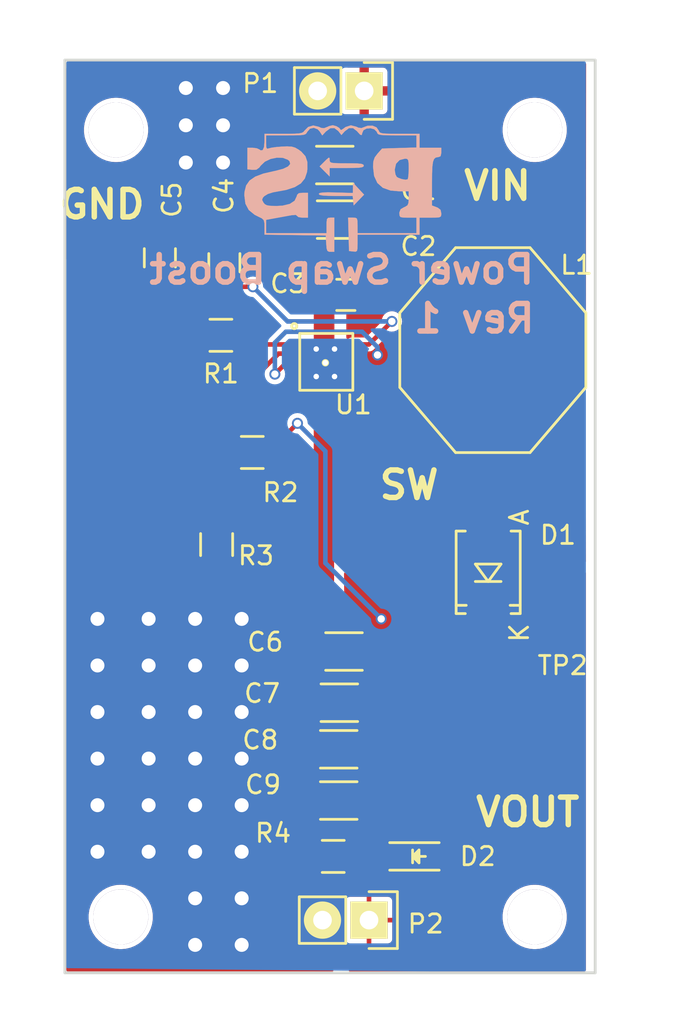
<source format=kicad_pcb>
(kicad_pcb (version 20221018) (generator pcbnew)
  (layers (0 "F.Cu" signal) (31 "B.Cu" signal) (34 "B.Paste" user) (35 "F.Paste" user) (36 "B.SilkS" user "B.Silkscreen") (37 "F.SilkS" user "F.Silkscreen") (38 "B.Mask" user) (39 "F.Mask" user) (44 "Edge.Cuts" user))
  (net 0 "")
  (net 1 "GND")
  (net 2 "Net-(C4-Pad1)")
  (net 3 "Net-(C5-Pad1)")
  (net 4 "Net-(R1-Pad1)")
  (net 5 "Net-(R2-Pad2)")
  (net 6 "/SW")
  (net 7 "/Vin")
  (net 8 "/Vout")
  (net 9 "Net-(D2-Pad1)")
  (footprint "Capacitors_SMD:C_1206_HandSoldering" (layer "F.Cu") (at 119.89308 61.60516 180)
    (fp_text reference "C1" (at -4.56692 -1.38684 180) (layer "F.SilkS"))
    (fp_text value "10U")
    (fp_line (start -1 1.025) (end 1 1.025) (stroke (width 0.15)) (layer "F.SilkS"))
    (fp_line (start 1 -1.025) (end -1 -1.025) (stroke (width 0.15)) (layer "F.SilkS"))
    (pad "1" smd rect (at -2 0 180) (size 2 1.6) (layers "F.Cu" "F.Paste" "F.Mask") (net 7 "/Vin"))
    (pad "2" smd rect (at 2 0 180) (size 2 1.6) (layers "F.Cu" "F.Paste" "F.Mask") (net 1 "GND"))
  )
  (footprint "Capacitors_SMD:C_1206_HandSoldering" (layer "F.Cu") (at 119.93728 64.58204 180)
    (fp_text reference "C2" (at -4.52272 -1.45796 180) (layer "F.SilkS"))
    (fp_text value "10U")
    (fp_line (start -1 1.025) (end 1 1.025) (stroke (width 0.15)) (layer "F.SilkS"))
    (fp_line (start 1 -1.025) (end -1 -1.025) (stroke (width 0.15)) (layer "F.SilkS"))
    (pad "1" smd rect (at -2 0 180) (size 2 1.6) (layers "F.Cu" "F.Paste" "F.Mask") (net 7 "/Vin"))
    (pad "2" smd rect (at 2 0 180) (size 2 1.6) (layers "F.Cu" "F.Paste" "F.Mask") (net 1 "GND"))
  )
  (footprint "Capacitors_SMD:C_0805_HandSoldering" (layer "F.Cu") (at 120.4976 68.68668 180)
    (fp_text reference "C3" (at 3.1496 0.61468 180) (layer "F.SilkS"))
    (fp_text value "1U")
    (fp_line (start -0.5 0.85) (end 0.5 0.85) (stroke (width 0.15)) (layer "F.SilkS"))
    (fp_line (start 0.5 -0.85) (end -0.5 -0.85) (stroke (width 0.15)) (layer "F.SilkS"))
    (pad "1" smd rect (at -1.25 0 180) (size 1.5 1.25) (layers "F.Cu" "F.Paste" "F.Mask") (net 7 "/Vin"))
    (pad "2" smd rect (at 1.25 0 180) (size 1.5 1.25) (layers "F.Cu" "F.Paste" "F.Mask") (net 1 "GND"))
  )
  (footprint "Capacitors_SMD:C_0805_HandSoldering" (layer "F.Cu") (at 113.86312 66.9344 90)
    (fp_text reference "C4" (at 3.6522 -0.0254 90) (layer "F.SilkS"))
    (fp_text value "100nF")
    (fp_line (start -0.5 0.85) (end 0.5 0.85) (stroke (width 0.15)) (layer "F.SilkS"))
    (fp_line (start 0.5 -0.85) (end -0.5 -0.85) (stroke (width 0.15)) (layer "F.SilkS"))
    (pad "1" smd rect (at -1.25 0 90) (size 1.5 1.25) (layers "F.Cu" "F.Paste" "F.Mask") (net 2 "Net-(C4-Pad1)"))
    (pad "2" smd rect (at 1.25 0 90) (size 1.5 1.25) (layers "F.Cu" "F.Paste" "F.Mask") (net 1 "GND"))
  )
  (footprint "Capacitors_SMD:C_0805_HandSoldering" (layer "F.Cu") (at 110.34268 66.66516 90)
    (fp_text reference "C5" (at 3.16516 0.65532 270) (layer "F.SilkS"))
    (fp_text value "820pF")
    (fp_line (start -0.5 0.85) (end 0.5 0.85) (stroke (width 0.15)) (layer "F.SilkS"))
    (fp_line (start 0.5 -0.85) (end -0.5 -0.85) (stroke (width 0.15)) (layer "F.SilkS"))
    (pad "1" smd rect (at -1.25 0 90) (size 1.5 1.25) (layers "F.Cu" "F.Paste" "F.Mask") (net 3 "Net-(C5-Pad1)"))
    (pad "2" smd rect (at 1.25 0 90) (size 1.5 1.25) (layers "F.Cu" "F.Paste" "F.Mask") (net 1 "GND"))
  )
  (footprint "Capacitors_SMD:C_1206_HandSoldering" (layer "F.Cu") (at 120.396 88.138 180)
    (fp_text reference "C6" (at 4.30124 0.51816 180) (layer "F.SilkS"))
    (fp_text value "10U")
    (fp_line (start -1 1.025) (end 1 1.025) (stroke (width 0.15)) (layer "F.SilkS"))
    (fp_line (start 1 -1.025) (end -1 -1.025) (stroke (width 0.15)) (layer "F.SilkS"))
    (pad "1" smd rect (at -2 0 180) (size 2 1.6) (layers "F.Cu" "F.Paste" "F.Mask") (net 8 "/Vout"))
    (pad "2" smd rect (at 2 0 180) (size 2 1.6) (layers "F.Cu" "F.Paste" "F.Mask") (net 1 "GND"))
  )
  (footprint "Capacitors_SMD:C_1206_HandSoldering" (layer "F.Cu") (at 120.142 90.932 180)
    (fp_text reference "C7" (at 4.21488 0.508 180) (layer "F.SilkS"))
    (fp_text value "10U")
    (fp_line (start -1 1.025) (end 1 1.025) (stroke (width 0.15)) (layer "F.SilkS"))
    (fp_line (start 1 -1.025) (end -1 -1.025) (stroke (width 0.15)) (layer "F.SilkS"))
    (pad "1" smd rect (at -2 0 180) (size 2 1.6) (layers "F.Cu" "F.Paste" "F.Mask") (net 8 "/Vout"))
    (pad "2" smd rect (at 2 0 180) (size 2 1.6) (layers "F.Cu" "F.Paste" "F.Mask") (net 1 "GND"))
  )
  (footprint "Capacitors_SMD:C_1206_HandSoldering" (layer "F.Cu") (at 120.11 93.472 180)
    (fp_text reference "C8" (at 4.286 0.508 180) (layer "F.SilkS"))
    (fp_text value "10U")
    (fp_line (start -1 1.025) (end 1 1.025) (stroke (width 0.15)) (layer "F.SilkS"))
    (fp_line (start 1 -1.025) (end -1 -1.025) (stroke (width 0.15)) (layer "F.SilkS"))
    (pad "1" smd rect (at -2 0 180) (size 2 1.6) (layers "F.Cu" "F.Paste" "F.Mask") (net 8 "/Vout"))
    (pad "2" smd rect (at 2 0 180) (size 2 1.6) (layers "F.Cu" "F.Paste" "F.Mask") (net 1 "GND"))
  )
  (footprint "Capacitors_SMD:C_1206_HandSoldering" (layer "F.Cu") (at 120.11 96.266 180)
    (fp_text reference "C9" (at 4.1336 0.8636 180) (layer "F.SilkS"))
    (fp_text value "10U")
    (fp_line (start -1 1.025) (end 1 1.025) (stroke (width 0.15)) (layer "F.SilkS"))
    (fp_line (start 1 -1.025) (end -1 -1.025) (stroke (width 0.15)) (layer "F.SilkS"))
    (pad "1" smd rect (at -2 0 180) (size 2 1.6) (layers "F.Cu" "F.Paste" "F.Mask") (net 8 "/Vout"))
    (pad "2" smd rect (at 2 0 180) (size 2 1.6) (layers "F.Cu" "F.Paste" "F.Mask") (net 1 "GND"))
  )
  (footprint "Diodes_SMD:SMA-SMB_Universal_Handsoldering" (layer "F.Cu") (at 128.27 83.82 90)
    (fp_text reference "D1" (at 2.032 3.81 180) (layer "F.SilkS"))
    (fp_text value "B340LA-13-F")
    (fp_text user "A" (at 2.99974 1.69926 90) (layer "F.SilkS"))
    (fp_text user "K" (at -3.3 1.7 90) (layer "F.SilkS"))
    (fp_line (start -2.25044 -1.75006) (end -2.25044 -1.39954) (stroke (width 0.15)) (layer "F.SilkS"))
    (fp_line (start -2.25044 -1.75006) (end 2.25044 -1.75006) (stroke (width 0.15)) (layer "F.SilkS"))
    (fp_line (start -2.25044 -1.39954) (end -2.25044 -1.24968) (stroke (width 0.15)) (layer "F.SilkS"))
    (fp_line (start -2.25044 1.39954) (end -2.25044 1.24968) (stroke (width 0.15)) (layer "F.SilkS"))
    (fp_line (start -2.25044 1.75006) (end -2.25044 1.39954) (stroke (width 0.15)) (layer "F.SilkS"))
    (fp_line (start -2.25044 1.75006) (end 2.25044 1.75006) (stroke (width 0.15)) (layer "F.SilkS"))
    (fp_line (start -1.79914 -1.75006) (end -1.79914 -1.39954) (stroke (width 0.15)) (layer "F.SilkS"))
    (fp_line (start -1.79914 -1.34874) (end -1.79914 -1.19888) (stroke (width 0.15)) (layer "F.SilkS"))
    (fp_line (start -1.79914 1.39954) (end -1.79914 1.19888) (stroke (width 0.15)) (layer "F.SilkS"))
    (fp_line (start -1.79914 1.75006) (end -1.79914 1.39954) (stroke (width 0.15)) (layer "F.SilkS"))
    (fp_line (start -0.49958 -0.70104) (end -0.49958 0.70104) (stroke (width 0.15)) (layer "F.SilkS"))
    (fp_line (start -0.49958 0) (end 0.45038 -0.70104) (stroke (width 0.15)) (layer "F.SilkS"))
    (fp_line (start 0.45038 -0.70104) (end 0.45038 0.70104) (stroke (width 0.15)) (layer "F.SilkS"))
    (fp_line (start 0.45038 0.70104) (end -0.49958 0) (stroke (width 0.15)) (layer "F.SilkS"))
    (fp_line (start 2.25044 -1.75006) (end 2.25044 -1.39954) (stroke (width 0.15)) (layer "F.SilkS"))
    (fp_line (start 2.25044 -1.39954) (end 2.25044 -1.24968) (stroke (width 0.15)) (layer "F.SilkS"))
    (fp_line (start 2.25044 1.34874) (end 2.25044 1.24968) (stroke (width 0.15)) (layer "F.SilkS"))
    (fp_line (start 2.25044 1.75006) (end 2.25044 1.39954) (stroke (width 0.15)) (layer "F.SilkS"))
    (pad "1" smd trapezoid (at -2.90068 0 90) (size 3.60172 1.69926) (rect_delta 0.59944 0) (layers "F.Cu" "F.Paste" "F.Mask") (net 8 "/Vout"))
    (pad "2" smd trapezoid (at 2.90068 0 270) (size 3.60172 1.69926) (rect_delta 0.59944 0) (layers "F.Cu" "F.Paste" "F.Mask") (net 6 "/SW"))
  )
  (footprint "Boost:SRU1048" (layer "F.Cu") (at 128.524 71.7 -90)
    (fp_text reference "L1" (at -4.644 -4.572) (layer "F.SilkS"))
    (fp_text value "SRU1048")
    (fp_line (start -5.588 -2.032) (end -2.032 -5.08) (stroke (width 0.15)) (layer "F.SilkS"))
    (fp_line (start -5.588 2.032) (end -5.588 -2.032) (stroke (width 0.15)) (layer "F.SilkS"))
    (fp_line (start -2.032 -5.08) (end 2.032 -5.08) (stroke (width 0.15)) (layer "F.SilkS"))
    (fp_line (start -2.032 5.08) (end -5.588 2.032) (stroke (width 0.15)) (layer "F.SilkS"))
    (fp_line (start 2.032 -5.08) (end 5.588 -2.032) (stroke (width 0.15)) (layer "F.SilkS"))
    (fp_line (start 2.032 5.08) (end -2.032 5.08) (stroke (width 0.15)) (layer "F.SilkS"))
    (fp_line (start 5.588 -2.032) (end 5.588 2.032) (stroke (width 0.15)) (layer "F.SilkS"))
    (fp_line (start 5.588 2.032) (end 2.032 5.08) (stroke (width 0.15)) (layer "F.SilkS"))
    (pad "1" smd rect (at -4.5 0 270) (size 1.8 3.6) (layers "F.Cu" "F.Paste" "F.Mask") (net 7 "/Vin"))
    (pad "2" smd rect (at 4.5 0 270) (size 1.8 3.6) (layers "F.Cu" "F.Paste" "F.Mask") (net 6 "/SW"))
  )
  (footprint "Pin_Headers:Pin_Header_Straight_1x02" (layer "F.Cu") (at 121.49836 57.56148 -90)
    (fp_text reference "P1" (at -0.41148 5.67436) (layer "F.SilkS"))
    (fp_text value "CONN_01X02")
    (fp_line (start -1.55 -1.55) (end 1.55 -1.55) (stroke (width 0.15)) (layer "F.SilkS"))
    (fp_line (start -1.55 0) (end -1.55 -1.55) (stroke (width 0.15)) (layer "F.SilkS"))
    (fp_line (start -1.27 1.27) (end -1.27 3.81) (stroke (width 0.15)) (layer "F.SilkS"))
    (fp_line (start -1.27 3.81) (end 1.27 3.81) (stroke (width 0.15)) (layer "F.SilkS"))
    (fp_line (start 1.27 1.27) (end -1.27 1.27) (stroke (width 0.15)) (layer "F.SilkS"))
    (fp_line (start 1.27 1.27) (end 1.27 3.81) (stroke (width 0.15)) (layer "F.SilkS"))
    (fp_line (start 1.55 -1.55) (end 1.55 0) (stroke (width 0.15)) (layer "F.SilkS"))
    (pad "1" thru_hole rect (at 0 0 270) (size 2.032 2.032) (drill 1.016) (layers "*.Cu" "*.Mask" "F.SilkS") (net 7 "/Vin"))
    (pad "2" thru_hole oval (at 0 2.54 270) (size 2.032 2.032) (drill 1.016) (layers "*.Cu" "*.Mask" "F.SilkS") (net 1 "GND"))
  )
  (footprint "Pin_Headers:Pin_Header_Straight_1x02" (layer "F.Cu") (at 121.76252 102.78872 -90)
    (fp_text reference "P2" (at 0.2032 -3.09372) (layer "F.SilkS"))
    (fp_text value "CONN_01X02")
    (fp_line (start -1.55 -1.55) (end 1.55 -1.55) (stroke (width 0.15)) (layer "F.SilkS"))
    (fp_line (start -1.55 0) (end -1.55 -1.55) (stroke (width 0.15)) (layer "F.SilkS"))
    (fp_line (start -1.27 1.27) (end -1.27 3.81) (stroke (width 0.15)) (layer "F.SilkS"))
    (fp_line (start -1.27 3.81) (end 1.27 3.81) (stroke (width 0.15)) (layer "F.SilkS"))
    (fp_line (start 1.27 1.27) (end -1.27 1.27) (stroke (width 0.15)) (layer "F.SilkS"))
    (fp_line (start 1.27 1.27) (end 1.27 3.81) (stroke (width 0.15)) (layer "F.SilkS"))
    (fp_line (start 1.55 -1.55) (end 1.55 0) (stroke (width 0.15)) (layer "F.SilkS"))
    (pad "1" thru_hole rect (at 0 0 270) (size 2.032 2.032) (drill 1.016) (layers "*.Cu" "*.Mask" "F.SilkS") (net 8 "/Vout"))
    (pad "2" thru_hole oval (at 0 2.54 270) (size 2.032 2.032) (drill 1.016) (layers "*.Cu" "*.Mask" "F.SilkS") (net 1 "GND"))
  )
  (footprint "Resistors_SMD:R_0805_HandSoldering" (layer "F.Cu") (at 113.67388 70.8914 180)
    (fp_text reference "R1" (at 0 -2.1 180) (layer "F.SilkS"))
    (fp_text value "57K6")
    (fp_line (start -0.6 -0.875) (end 0.6 -0.875) (stroke (width 0.15)) (layer "F.SilkS"))
    (fp_line (start 0.6 0.875) (end -0.6 0.875) (stroke (width 0.15)) (layer "F.SilkS"))
    (pad "1" smd rect (at -1.35 0 180) (size 1.5 1.3) (layers "F.Cu" "F.Paste" "F.Mask") (net 4 "Net-(R1-Pad1)"))
    (pad "2" smd rect (at 1.35 0 180) (size 1.5 1.3) (layers "F.Cu" "F.Paste" "F.Mask") (net 3 "Net-(C5-Pad1)"))
  )
  (footprint "Resistors_SMD:R_0805_HandSoldering" (layer "F.Cu") (at 115.38712 77.28204 180)
    (fp_text reference "R2" (at -1.53924 -2.1844 180) (layer "F.SilkS"))
    (fp_text value "150K")
    (fp_line (start -0.6 -0.875) (end 0.6 -0.875) (stroke (width 0.15)) (layer "F.SilkS"))
    (fp_line (start 0.6 0.875) (end -0.6 0.875) (stroke (width 0.15)) (layer "F.SilkS"))
    (pad "1" smd rect (at -1.35 0 180) (size 1.5 1.3) (layers "F.Cu" "F.Paste" "F.Mask") (net 8 "/Vout"))
    (pad "2" smd rect (at 1.35 0 180) (size 1.5 1.3) (layers "F.Cu" "F.Paste" "F.Mask") (net 5 "Net-(R2-Pad2)"))
  )
  (footprint "Resistors_SMD:R_0805_HandSoldering" (layer "F.Cu") (at 113.44148 82.30616 -90)
    (fp_text reference "R3" (at 0.60452 -2.14884) (layer "F.SilkS"))
    (fp_text value "39K")
    (fp_line (start -0.6 -0.875) (end 0.6 -0.875) (stroke (width 0.15)) (layer "F.SilkS"))
    (fp_line (start 0.6 0.875) (end -0.6 0.875) (stroke (width 0.15)) (layer "F.SilkS"))
    (pad "1" smd rect (at -1.35 0 270) (size 1.5 1.3) (layers "F.Cu" "F.Paste" "F.Mask") (net 5 "Net-(R2-Pad2)"))
    (pad "2" smd rect (at 1.35 0 270) (size 1.5 1.3) (layers "F.Cu" "F.Paste" "F.Mask") (net 1 "GND"))
  )
  (footprint "Measurement_Points:Measurement_Point_Square-SMD-Pad_Big" (layer "F.Cu") (at 125.73 59.69)
    (fp_text reference "TP1" hide)
    (fp_text value "CONN_01X01")
    (pad "1" smd rect (at 0 0) (size 2.99974 2.99974) (layers "F.Cu" "F.Paste" "F.Mask") (net 7 "/Vin"))
  )
  (footprint "Measurement_Points:Measurement_Point_Square-SMD-Pad_Big" (layer "F.Cu") (at 130.302 91.694)
    (fp_text reference "TP2" (at 2.032 -2.794) (layer "F.SilkS"))
    (fp_text value "CONN_01X01")
    (pad "1" smd rect (at 0 0) (size 2.99974 2.99974) (layers "F.Cu" "F.Paste" "F.Mask") (net 8 "/Vout"))
  )
  (footprint "Boost:TPS61087" (layer "F.Cu") (at 119.38 72.39 -90)
    (fp_text reference "U1" (at 2.286 -1.524) (layer "F.SilkS"))
    (fp_text value "TPS61087")
    (fp_line (start -1.6 -1.5) (end -1.6 1.4) (stroke (width 0.15)) (layer "F.SilkS"))
    (fp_line (start -1.6 1.4) (end 1.5 1.4) (stroke (width 0.15)) (layer "F.SilkS"))
    (fp_line (start 1.5 -1.5) (end -1.6 -1.5) (stroke (width 0.15)) (layer "F.SilkS"))
    (fp_line (start 1.5 1.4) (end 1.5 -1.5) (stroke (width 0.15)) (layer "F.SilkS"))
    (fp_circle (center -2 1.7) (end -1.9 1.8) (stroke (width 0.15)) (fill none) (layer "F.SilkS"))
    (pad "1" smd oval (at -1 1.475 270) (size 0.28 0.85) (layers "F.Cu" "F.Paste" "F.Mask") (net 4 "Net-(R1-Pad1)"))
    (pad "2" smd oval (at -0.5 1.475 270) (size 0.28 0.85) (layers "F.Cu" "F.Paste" "F.Mask") (net 5 "Net-(R2-Pad2)"))
    (pad "3" smd oval (at 0 1.475 270) (size 0.28 0.85) (layers "F.Cu" "F.Paste" "F.Mask") (net 7 "/Vin"))
    (pad "4" smd oval (at 0.5 1.475 270) (size 0.28 0.85) (layers "F.Cu" "F.Paste" "F.Mask") (net 1 "GND"))
    (pad "5" smd oval (at 1 1.475 270) (size 0.28 0.85) (layers "F.Cu" "F.Paste" "F.Mask") (net 1 "GND"))
    (pad "6" smd oval (at 1 -1.475 270) (size 0.28 0.85) (layers "F.Cu" "F.Paste" "F.Mask") (net 6 "/SW"))
    (pad "7" smd oval (at 0.5 -1.475 270) (size 0.28 0.85) (layers "F.Cu" "F.Paste" "F.Mask") (net 6 "/SW"))
    (pad "8" smd oval (at 0 -1.475 270) (size 0.28 0.85) (layers "F.Cu" "F.Paste" "F.Mask") (net 7 "/Vin"))
    (pad "9" smd oval (at -0.5 -1.475 270) (size 0.28 0.85) (layers "F.Cu" "F.Paste" "F.Mask") (net 7 "/Vin"))
    (pad "10" smd oval (at -1 -1.475 270) (size 0.28 0.85) (layers "F.Cu" "F.Paste" "F.Mask") (net 2 "Net-(C4-Pad1)"))
    (pad "11" smd rect (at -1.55 -0.25 270) (size 0.7 0.28) (layers "F.Cu" "F.Paste" "F.Mask") (net 1 "GND"))
    (pad "11" smd rect (at -1.55 0.25 270) (size 0.7 0.28) (layers "F.Cu" "F.Paste" "F.Mask") (net 1 "GND"))
    (pad "11" thru_hole circle (at -0.75 -0.5 270) (size 0.4 0.4) (drill 0.3) (layers "*.Cu") (net 1 "GND"))
    (pad "11" thru_hole circle (at -0.75 0.5 270) (size 0.4 0.4) (drill 0.3) (layers "*.Cu") (net 1 "GND") (clearance 0.1524))
    (pad "11" thru_hole circle (at 0 0 270) (size 0.4 0.4) (drill 0.3) (layers "*.Cu" "*.Mask" "F.SilkS") (net 1 "GND"))
    (pad "11" smd rect (at 0 0 270) (size 2.4 1.65) (layers "F.Cu" "F.Paste" "F.Mask") (net 1 "GND"))
    (pad "11" thru_hole circle (at 0.75 -0.5 270) (size 0.4 0.4) (drill 0.3) (layers "*.Cu") (net 1 "GND"))
    (pad "11" thru_hole circle (at 0.75 0.5 270) (size 0.4 0.4) (drill 0.3) (layers "*.Cu") (net 1 "GND"))
    (pad "11" smd rect (at 1.55 -0.25 270) (size 0.7 0.28) (layers "F.Cu" "F.Paste" "F.Mask") (net 1 "GND"))
    (pad "11" smd rect (at 1.55 0.25 270) (size 0.7 0.28) (layers "F.Cu" "F.Paste" "F.Mask") (net 1 "GND"))
  )
  (footprint "Boost:STITCH-VIA" (layer "F.Cu") (at 111.76 57.404)
    (fp_text reference "REF**111121" hide)
    (fp_text value "STITCH-VIA" hide)
    (pad "1" thru_hole circle (at 0 0) (size 1.524 1.524) (drill 0.762) (layers "*.Cu") (net 1 "GND"))
  )
  (footprint "Boost:STITCH-VIA" (layer "F.Cu") (at 113.792 57.404)
    (fp_text reference "REF**111131" hide)
    (fp_text value "STITCH-VIA" hide)
    (pad "1" thru_hole circle (at 0 0) (size 1.524 1.524) (drill 0.762) (layers "*.Cu") (net 1 "GND"))
  )
  (footprint "Boost:STITCH-VIA" (layer "F.Cu") (at 111.76 59.436)
    (fp_text reference "REF**111122" hide)
    (fp_text value "STITCH-VIA" hide)
    (pad "1" thru_hole circle (at 0 0) (size 1.524 1.524) (drill 0.762) (layers "*.Cu") (net 1 "GND"))
  )
  (footprint "Boost:STITCH-VIA" (layer "F.Cu") (at 113.792 59.436)
    (fp_text reference "REF**111132" hide)
    (fp_text value "STITCH-VIA" hide)
    (pad "1" thru_hole circle (at 0 0) (size 1.524 1.524) (drill 0.762) (layers "*.Cu") (net 1 "GND"))
  )
  (footprint "Boost:STITCH-VIA" (layer "F.Cu") (at 111.76 61.468)
    (fp_text reference "REF**111123" hide)
    (fp_text value "STITCH-VIA" hide)
    (pad "1" thru_hole circle (at 0 0) (size 1.524 1.524) (drill 0.762) (layers "*.Cu") (net 1 "GND"))
  )
  (footprint "Boost:STITCH-VIA" (layer "F.Cu") (at 113.792 61.468)
    (fp_text reference "REF**111133" hide)
    (fp_text value "STITCH-VIA" hide)
    (pad "1" thru_hole circle (at 0 0) (size 1.524 1.524) (drill 0.762) (layers "*.Cu") (net 1 "GND"))
  )
  (footprint "Boost:STITCH-VIA" (layer "F.Cu") (at 109.728 86.36)
    (fp_text reference "REF**1111111" hide)
    (fp_text value "STITCH-VIA" hide)
    (pad "1" thru_hole circle (at 0 0) (size 1.524 1.524) (drill 0.762) (layers "*.Cu") (net 1 "GND"))
  )
  (footprint "Boost:STITCH-VIA" (layer "F.Cu") (at 112.268 86.36)
    (fp_text reference "REF**1111121" hide)
    (fp_text value "STITCH-VIA" hide)
    (pad "1" thru_hole circle (at 0 0) (size 1.524 1.524) (drill 0.762) (layers "*.Cu") (net 1 "GND"))
  )
  (footprint "Boost:STITCH-VIA" (layer "F.Cu") (at 114.808 86.36)
    (fp_text reference "REF**1111131" hide)
    (fp_text value "STITCH-VIA" hide)
    (pad "1" thru_hole circle (at 0 0) (size 1.524 1.524) (drill 0.762) (layers "*.Cu") (net 1 "GND"))
  )
  (footprint "Boost:STITCH-VIA" (layer "F.Cu") (at 109.728 88.9)
    (fp_text reference "REF**1111112" hide)
    (fp_text value "STITCH-VIA" hide)
    (pad "1" thru_hole circle (at 0 0) (size 1.524 1.524) (drill 0.762) (layers "*.Cu") (net 1 "GND"))
  )
  (footprint "Boost:STITCH-VIA" (layer "F.Cu") (at 112.268 88.9)
    (fp_text reference "REF**1111122" hide)
    (fp_text value "STITCH-VIA" hide)
    (pad "1" thru_hole circle (at 0 0) (size 1.524 1.524) (drill 0.762) (layers "*.Cu") (net 1 "GND"))
  )
  (footprint "Boost:STITCH-VIA" (layer "F.Cu") (at 114.808 88.9)
    (fp_text reference "REF**1111132" hide)
    (fp_text value "STITCH-VIA" hide)
    (pad "1" thru_hole circle (at 0 0) (size 1.524 1.524) (drill 0.762) (layers "*.Cu") (net 1 "GND"))
  )
  (footprint "Boost:STITCH-VIA" (layer "F.Cu") (at 109.728 91.44)
    (fp_text reference "REF**1111113" hide)
    (fp_text value "STITCH-VIA" hide)
    (pad "1" thru_hole circle (at 0 0) (size 1.524 1.524) (drill 0.762) (layers "*.Cu") (net 1 "GND"))
  )
  (footprint "Boost:STITCH-VIA" (layer "F.Cu") (at 112.268 91.44)
    (fp_text reference "REF**1111123" hide)
    (fp_text value "STITCH-VIA" hide)
    (pad "1" thru_hole circle (at 0 0) (size 1.524 1.524) (drill 0.762) (layers "*.Cu") (net 1 "GND"))
  )
  (footprint "Boost:STITCH-VIA" (layer "F.Cu") (at 114.808 91.44)
    (fp_text reference "REF**1111133" hide)
    (fp_text value "STITCH-VIA" hide)
    (pad "1" thru_hole circle (at 0 0) (size 1.524 1.524) (drill 0.762) (layers "*.Cu") (net 1 "GND"))
  )
  (footprint "Boost:STITCH-VIA" (layer "F.Cu") (at 109.728 93.98)
    (fp_text reference "REF**1111114" hide)
    (fp_text value "STITCH-VIA" hide)
    (pad "1" thru_hole circle (at 0 0) (size 1.524 1.524) (drill 0.762) (layers "*.Cu") (net 1 "GND"))
  )
  (footprint "Boost:STITCH-VIA" (layer "F.Cu") (at 112.268 93.98)
    (fp_text reference "REF**1111124" hide)
    (fp_text value "STITCH-VIA" hide)
    (pad "1" thru_hole circle (at 0 0) (size 1.524 1.524) (drill 0.762) (layers "*.Cu") (net 1 "GND"))
  )
  (footprint "Boost:STITCH-VIA" (layer "F.Cu") (at 114.808 93.98)
    (fp_text reference "REF**1111134" hide)
    (fp_text value "STITCH-VIA" hide)
    (pad "1" thru_hole circle (at 0 0) (size 1.524 1.524) (drill 0.762) (layers "*.Cu") (net 1 "GND"))
  )
  (footprint "Boost:STITCH-VIA" (layer "F.Cu") (at 109.728 96.52)
    (fp_text reference "REF**1111115" hide)
    (fp_text value "STITCH-VIA" hide)
    (pad "1" thru_hole circle (at 0 0) (size 1.524 1.524) (drill 0.762) (layers "*.Cu") (net 1 "GND"))
  )
  (footprint "Boost:STITCH-VIA" (layer "F.Cu") (at 112.268 96.52)
    (fp_text reference "REF**1111125" hide)
    (fp_text value "STITCH-VIA" hide)
    (pad "1" thru_hole circle (at 0 0) (size 1.524 1.524) (drill 0.762) (layers "*.Cu") (net 1 "GND"))
  )
  (footprint "Boost:STITCH-VIA" (layer "F.Cu") (at 114.808 96.52)
    (fp_text reference "REF**1111135" hide)
    (fp_text value "STITCH-VIA" hide)
    (pad "1" thru_hole circle (at 0 0) (size 1.524 1.524) (drill 0.762) (layers "*.Cu") (net 1 "GND"))
  )
  (footprint "Boost:STITCH-VIA" (layer "F.Cu") (at 109.728 99.06)
    (fp_text reference "REF**1111116" hide)
    (fp_text value "STITCH-VIA" hide)
    (pad "1" thru_hole circle (at 0 0) (size 1.524 1.524) (drill 0.762) (layers "*.Cu") (net 1 "GND"))
  )
  (footprint "Boost:STITCH-VIA" (layer "F.Cu") (at 112.268 99.06)
    (fp_text reference "REF**1111126" hide)
    (fp_text value "STITCH-VIA" hide)
    (pad "1" thru_hole circle (at 0 0) (size 1.524 1.524) (drill 0.762) (layers "*.Cu") (net 1 "GND"))
  )
  (footprint "Boost:STITCH-VIA" (layer "F.Cu") (at 114.808 99.06)
    (fp_text reference "REF**1111136" hide)
    (fp_text value "STITCH-VIA" hide)
    (pad "1" thru_hole circle (at 0 0) (size 1.524 1.524) (drill 0.762) (layers "*.Cu") (net 1 "GND"))
  )
  (footprint "Boost:STITCH-VIA" (layer "F.Cu") (at 112.268 101.6)
    (fp_text reference "REF**1111127" hide)
    (fp_text value "STITCH-VIA" hide)
    (pad "1" thru_hole circle (at 0 0) (size 1.524 1.524) (drill 0.762) (layers "*.Cu") (net 1 "GND"))
  )
  (footprint "Boost:STITCH-VIA" (layer "F.Cu") (at 114.808 101.6)
    (fp_text reference "REF**1111137" hide)
    (fp_text value "STITCH-VIA" hide)
    (pad "1" thru_hole circle (at 0 0) (size 1.524 1.524) (drill 0.762) (layers "*.Cu") (net 1 "GND"))
  )
  (footprint "Boost:STITCH-VIA" (layer "F.Cu") (at 112.268 104.14)
    (fp_text reference "REF**1111128" hide)
    (fp_text value "STITCH-VIA" hide)
    (pad "1" thru_hole circle (at 0 0) (size 1.524 1.524) (drill 0.762) (layers "*.Cu") (net 1 "GND"))
  )
  (footprint "Boost:STITCH-VIA" (layer "F.Cu") (at 114.808 104.14)
    (fp_text reference "REF**1111138" hide)
    (fp_text value "STITCH-VIA" hide)
    (pad "1" thru_hole circle (at 0 0) (size 1.524 1.524) (drill 0.762) (layers "*.Cu") (net 1 "GND"))
  )
  (footprint "Mounting_Holes:MountingHole_3mm" (layer "F.Cu") (at 130.81 102.616)
    (fp_text reference "REF**" hide)
    (fp_text value "MountingHole_3mm")
    (pad "" thru_hole circle (at 0 0) (size 3 3) (drill 3) (layers))
  )
  (footprint "Mounting_Holes:MountingHole_3mm" (layer "F.Cu") (at 130.81 59.69)
    (fp_text reference "REF**" hide)
    (fp_text value "MountingHole_3mm")
    (pad "" thru_hole circle (at 0 0) (size 3 3) (drill 3) (layers))
  )
  (footprint "Mounting_Holes:MountingHole_3mm" (layer "F.Cu") (at 107.95 59.69)
    (fp_text reference "REF**" hide)
    (fp_text value "MountingHole_3mm")
    (pad "" thru_hole circle (at 0 0) (size 3 3) (drill 3) (layers))
  )
  (footprint "Mounting_Holes:MountingHole_3mm" (layer "F.Cu") (at 108.204 102.616)
    (fp_text reference "REF**" hide)
    (fp_text value "MountingHole_3mm")
    (pad "" thru_hole circle (at 0 0) (size 3 3) (drill 3) (layers))
  )
  (footprint "Boost:STITCH-VIA" (layer "F.Cu") (at 106.934 86.36)
    (fp_text reference "REF**1111111" hide)
    (fp_text value "STITCH-VIA" hide)
    (pad "1" thru_hole circle (at 0 0) (size 1.524 1.524) (drill 0.762) (layers "*.Cu") (net 1 "GND"))
  )
  (footprint "Boost:STITCH-VIA" (layer "F.Cu") (at 106.934 91.44)
    (fp_text reference "REF**1111113" hide)
    (fp_text value "STITCH-VIA" hide)
    (pad "1" thru_hole circle (at 0 0) (size 1.524 1.524) (drill 0.762) (layers "*.Cu") (net 1 "GND"))
  )
  (footprint "Boost:STITCH-VIA" (layer "F.Cu") (at 106.934 88.9)
    (fp_text reference "REF**1111112" hide)
    (fp_text value "STITCH-VIA" hide)
    (pad "1" thru_hole circle (at 0 0) (size 1.524 1.524) (drill 0.762) (layers "*.Cu") (net 1 "GND"))
  )
  (footprint "Boost:STITCH-VIA" (layer "F.Cu") (at 106.934 99.06)
    (fp_text reference "REF**1111116" hide)
    (fp_text value "STITCH-VIA" hide)
    (pad "1" thru_hole circle (at 0 0) (size 1.524 1.524) (drill 0.762) (layers "*.Cu") (net 1 "GND"))
  )
  (footprint "Boost:STITCH-VIA" (layer "F.Cu") (at 106.934 96.52)
    (fp_text reference "REF**1111115" hide)
    (fp_text value "STITCH-VIA" hide)
    (pad "1" thru_hole circle (at 0 0) (size 1.524 1.524) (drill 0.762) (layers "*.Cu") (net 1 "GND"))
  )
  (footprint "Boost:STITCH-VIA" (layer "F.Cu") (at 106.934 93.98)
    (fp_text reference "REF**1111114" hide)
    (fp_text value "STITCH-VIA" hide)
    (pad "1" thru_hole circle (at 0 0) (size 1.524 1.524) (drill 0.762) (layers "*.Cu") (net 1 "GND"))
  )
  (footprint "LEDs:LED-0805" (layer "F.Cu") (at 124.49302 99.314)
    (fp_text reference "D2" (at 3.20548 0) (layer "F.SilkS"))
    (fp_text value "LED")
    (fp_line (start -1.6 -0.75) (end 1.1 -0.75) (stroke (width 0.15)) (layer "F.SilkS"))
    (fp_line (start -1.6 0.75) (end 1.1 0.75) (stroke (width 0.15)) (layer "F.SilkS"))
    (fp_line (start -0.35 -0.35) (end -0.35 0.35) (stroke (width 0.15)) (layer "F.SilkS"))
    (fp_line (start -0.35 0) (end 0 -0.35) (stroke (width 0.15)) (layer "F.SilkS"))
    (fp_line (start -0.1 -0.1) (end -0.25 0.05) (stroke (width 0.15)) (layer "F.SilkS"))
    (fp_line (start -0.1 0.15) (end -0.1 -0.1) (stroke (width 0.15)) (layer "F.SilkS"))
    (fp_line (start 0 -0.35) (end 0 0.35) (stroke (width 0.15)) (layer "F.SilkS"))
    (fp_line (start 0 0) (end 0.35 0) (stroke (width 0.15)) (layer "F.SilkS"))
    (fp_line (start 0 0.35) (end -0.35 0) (stroke (width 0.15)) (layer "F.SilkS"))
    (pad "1" smd rect (at -1.04902 0 180) (size 1.19888 1.19888) (layers "F.Cu" "F.Paste" "F.Mask") (net 9 "Net-(D2-Pad1)"))
    (pad "2" smd rect (at 1.04902 0 180) (size 1.19888 1.19888) (layers "F.Cu" "F.Paste" "F.Mask") (net 8 "/Vout"))
  )
  (footprint "Resistors_SMD:R_0805_HandSoldering" (layer "F.Cu") (at 119.808 99.314 180)
    (fp_text reference "R4" (at 3.2855 1.27 180) (layer "F.SilkS"))
    (fp_text value "500")
    (fp_line (start -0.6 -0.875) (end 0.6 -0.875) (stroke (width 0.15)) (layer "F.SilkS"))
    (fp_line (start 0.6 0.875) (end -0.6 0.875) (stroke (width 0.15)) (layer "F.SilkS"))
    (pad "1" smd rect (at -1.35 0 180) (size 1.5 1.3) (layers "F.Cu" "F.Paste" "F.Mask") (net 9 "Net-(D2-Pad1)"))
    (pad "2" smd rect (at 1.35 0 180) (size 1.5 1.3) (layers "F.Cu" "F.Paste" "F.Mask") (net 1 "GND"))
  )
  (footprint "Boost:PS" (layer "B.Cu") (at 120.2055 62.865 180)
    (fp_text reference "G***" hide)
    (fp_text value "LOGO" hide)
    (fp_poly (pts (xy -0.679625 0.015885) (xy -0.677334 -0.264563) (xy 0.254172 -0.238115) (xy 0.686807 -0.230852) (xy 0.971975 -0.239433) (xy 1.13096 -0.265671) (xy 1.185046 -0.311379) (xy 1.185505 -0.3175) (xy 1.136033 -0.367405) (xy 0.974908 -0.400203) (xy 0.682775 -0.418106) (xy 0.259364 -0.423333) (xy -0.666605 -0.423333) (xy -0.719667 -0.942929) (xy -1.003491 -0.649001) (xy -1.287316 -0.355073) (xy -0.984616 -0.02937) (xy -0.681916 0.296334) (xy -0.679625 0.015885)) (stroke (width 0.01)) (fill solid) (layer "B.SilkS"))
    (fp_poly (pts (xy 0.767041 1.556813) (xy 0.866205 1.458872) (xy 1.139743 1.185334) (xy 0.866205 0.911795) (xy 0.592666 0.638257) (xy 0.592666 1.100667) (xy -0.338667 1.100667) (xy -0.755544 1.104295) (xy -1.030034 1.117618) (xy -1.188975 1.144295) (xy -1.259207 1.187988) (xy -1.27 1.227667) (xy -1.243398 1.284514) (xy -1.145698 1.321944) (xy -0.950061 1.343618) (xy -0.62965 1.353195) (xy -0.338667 1.354667) (xy 0.068119 1.356136) (xy 0.335018 1.364522) (xy 0.491473 1.385796) (xy 0.566928 1.425931) (xy 0.590826 1.490896) (xy 0.592666 1.543539) (xy 0.601685 1.649292) (xy 0.649455 1.656922) (xy 0.767041 1.556813)) (stroke (width 0.01)) (fill solid) (layer "B.SilkS"))
    (fp_poly (pts (xy 0.622484 3.382286) (xy 0.694258 3.348581) (xy 0.893756 3.269701) (xy 1.054636 3.284926) (xy 1.189102 3.346283) (xy 1.487946 3.416689) (xy 1.76744 3.333763) (xy 1.965042 3.135773) (xy 2.023502 3.063125) (xy 2.111939 3.01425) (xy 2.261213 2.984502) (xy 2.502188 2.969238) (xy 2.865726 2.96381) (xy 3.110699 2.963334) (xy 4.148666 2.963334) (xy 4.148666 2.544997) (xy 4.174597 2.241654) (xy 4.247159 2.074567) (xy 4.358509 2.056078) (xy 4.426977 2.107111) (xy 4.57227 2.17281) (xy 4.79302 2.2013) (xy 4.8006 2.201334) (xy 5.08 2.201334) (xy 5.08 1.026729) (xy 4.804833 1.000198) (xy 4.591815 1.01029) (xy 4.439212 1.118976) (xy 4.357799 1.227667) (xy 4.131379 1.444078) (xy 3.820609 1.592109) (xy 3.474643 1.664199) (xy 3.142631 1.65279) (xy 2.873725 1.550321) (xy 2.784086 1.469723) (xy 2.743855 1.322302) (xy 2.862602 1.181344) (xy 3.129973 1.053563) (xy 3.535613 0.945675) (xy 3.616293 0.930033) (xy 4.211853 0.793701) (xy 4.65547 0.626366) (xy 4.963611 0.414659) (xy 5.152745 0.145212) (xy 5.23934 -0.195345) (xy 5.249333 -0.395592) (xy 5.191618 -0.846828) (xy 5.009106 -1.191872) (xy 4.687751 -1.452632) (xy 4.516301 -1.538634) (xy 4.297154 -1.644306) (xy 4.188893 -1.747996) (xy 4.152423 -1.911402) (xy 4.148666 -2.118838) (xy 4.148666 -2.53642) (xy 2.4765 -2.559376) (xy 0.804333 -2.582333) (xy 0.778742 -3.026833) (xy 0.756666 -3.286523) (xy 0.714583 -3.418981) (xy 0.630447 -3.466296) (xy 0.545908 -3.471333) (xy 0.338666 -3.471333) (xy 0.338666 -1.608666) (xy 0.550333 -1.608666) (xy 0.675955 -1.622391) (xy 0.738625 -1.692437) (xy 0.759994 -1.862106) (xy 0.762 -2.032) (xy 0.762 -2.455333) (xy 4.064 -2.455333) (xy 4.064 -1.728153) (xy 3.4925 -1.624229) (xy 3.152891 -1.562516) (xy 2.839662 -1.505668) (xy 2.645833 -1.470555) (xy 2.44034 -1.458762) (xy 2.370666 -1.514736) (xy 2.29627 -1.57681) (xy 2.113323 -1.607851) (xy 2.074333 -1.608666) (xy 1.778 -1.608666) (xy 1.778 -0.254) (xy 2.068444 -0.254) (xy 2.275829 -0.276652) (xy 2.368005 -0.363841) (xy 2.385944 -0.436005) (xy 2.503893 -0.685736) (xy 2.766747 -0.860603) (xy 3.165417 -0.956169) (xy 3.487249 -0.973666) (xy 3.811026 -0.966941) (xy 4.010651 -0.939101) (xy 4.131031 -0.878648) (xy 4.207056 -0.789372) (xy 4.282148 -0.641197) (xy 4.242331 -0.524246) (xy 4.160975 -0.435642) (xy 3.964158 -0.315204) (xy 3.678281 -0.22591) (xy 3.583269 -0.209349) (xy 2.965317 -0.096178) (xy 2.497846 0.056414) (xy 2.164316 0.259956) (xy 1.948187 0.525977) (xy 1.832919 0.866005) (xy 1.811306 1.025793) (xy 1.812394 1.433276) (xy 1.915894 1.73968) (xy 2.142833 1.992421) (xy 2.287233 2.098858) (xy 2.472994 2.206683) (xy 2.661388 2.261967) (xy 2.912756 2.276125) (xy 3.175 2.266827) (xy 3.495039 2.241692) (xy 3.761743 2.20572) (xy 3.915833 2.167203) (xy 4.006257 2.146) (xy 4.050206 2.21561) (xy 4.063572 2.410505) (xy 4.064 2.488609) (xy 4.064 2.878667) (xy 2.98341 2.878667) (xy 2.538007 2.880091) (xy 2.232384 2.887585) (xy 2.036992 2.905986) (xy 1.922281 2.940129) (xy 1.858702 2.994848) (xy 1.819243 3.069167) (xy 1.667418 3.243173) (xy 1.457223 3.290824) (xy 1.245326 3.210027) (xy 1.137851 3.094359) (xy 0.995099 2.876492) (xy 0.797926 3.089246) (xy 0.559754 3.266459) (xy 0.33257 3.27589) (xy 0.121497 3.117456) (xy 0.107591 3.100247) (xy -0.051108 2.898494) (xy -0.230815 3.100247) (xy -0.459905 3.270509) (xy -0.687308 3.272633) (xy -0.902964 3.106763) (xy -0.916207 3.090334) (xy -1.073258 2.918234) (xy -1.160501 2.894565) (xy -1.185334 3.002688) (xy -1.254277 3.160114) (xy -1.423805 3.249824) (xy -1.637967 3.268681) (xy -1.840813 3.213547) (xy -1.976391 3.081282) (xy -1.98973 3.047804) (xy -2.023774 2.977224) (xy -2.09226 2.929527) (xy -2.224225 2.900272) (xy -2.448705 2.885022) (xy -2.794735 2.879336) (xy -3.096039 2.878667) (xy -4.148667 2.878667) (xy -4.148667 2.216316) (xy -2.271753 2.159) (xy -2.024877 1.882498) (xy -1.869379 1.67573) (xy -1.79633 1.46303) (xy -1.778132 1.163913) (xy -1.778132 1.162831) (xy -1.836422 0.663595) (xy -2.013021 0.283788) (xy -2.31102 0.020507) (xy -2.73351 -0.129153) (xy -3.196167 -0.169201) (xy -3.725334 -0.169333) (xy -3.725334 -0.557687) (xy -3.714105 -0.802396) (xy -3.66011 -0.936292) (xy -3.532888 -1.017448) (xy -3.471334 -1.041916) (xy -3.28372 -1.150436) (xy -3.219493 -1.316168) (xy -3.217334 -1.373228) (xy -3.226747 -1.507877) (xy -3.282738 -1.577968) (xy -3.426934 -1.604548) (xy -3.683 -1.608666) (xy -4.148667 -1.608666) (xy -4.148667 -2.455333) (xy -0.931334 -2.455333) (xy -0.931334 -2.032) (xy -0.92586 -1.781412) (xy -0.891765 -1.656455) (xy -0.802539 -1.61344) (xy -0.674469 -1.608666) (xy -0.417605 -1.608666) (xy -0.465667 -3.429) (xy -0.6985 -3.45579) (xy -0.830988 -3.462825) (xy -0.900332 -3.418599) (xy -0.926969 -3.284097) (xy -0.931333 -3.020304) (xy -0.931334 -3.01129) (xy -0.931334 -2.54) (xy -4.318 -2.54) (xy -4.318 -1.608666) (xy -4.910667 -1.608666) (xy -5.220151 -1.606164) (xy -5.397253 -1.588872) (xy -5.478924 -1.54211) (xy -5.502117 -1.451201) (xy -5.503334 -1.373228) (xy -5.462658 -1.183971) (xy -5.310013 -1.066821) (xy -5.249334 -1.041916) (xy -4.995334 -0.946042) (xy -4.995334 0.272046) (xy -4.999457 0.797049) (xy -5.011248 1.072445) (xy -3.725334 1.072445) (xy -3.717261 0.785343) (xy -3.696223 0.570376) (xy -3.670431 0.48132) (xy -3.549925 0.458282) (xy -3.352165 0.491347) (xy -3.152747 0.563744) (xy -3.069167 0.614709) (xy -3.000044 0.748184) (xy -2.964575 0.971168) (xy -2.963334 1.021567) (xy -3.032034 1.329193) (xy -3.224135 1.532071) (xy -3.51864 1.608544) (xy -3.532506 1.608667) (xy -3.637387 1.595963) (xy -3.695248 1.532169) (xy -3.719943 1.378767) (xy -3.725323 1.097233) (xy -3.725334 1.072445) (xy -5.011248 1.072445) (xy -5.01568 1.175945) (xy -5.049786 1.431842) (xy -5.107555 1.587848) (xy -5.19477 1.667071) (xy -5.317211 1.69262) (xy -5.350934 1.693334) (xy -5.464781 1.742524) (xy -5.502858 1.913328) (xy -5.503334 1.947334) (xy -5.503334 2.201334) (xy -4.318 2.201334) (xy -4.318 2.963334) (xy -3.227209 2.963334) (xy -2.778613 2.965051) (xy -2.471118 2.972991) (xy -2.2765 2.991341) (xy -2.166539 3.024287) (xy -2.113013 3.076014) (xy -2.092402 3.131648) (xy -1.967122 3.313845) (xy -1.743447 3.408761) (xy -1.476696 3.400143) (xy -1.343786 3.351596) (xy -1.144378 3.2753) (xy -0.979121 3.29657) (xy -0.866391 3.349011) (xy -0.566817 3.424605) (xy -0.276675 3.332385) (xy -0.148167 3.23653) (xy -0.036304 3.167438) (xy 0 3.190621) (xy 0.068749 3.282942) (xy 0.220065 3.375088) (xy 0.420418 3.430698) (xy 0.622484 3.382286)) (stroke (width 0.01)) (fill solid) (layer "B.SilkS"))
  )
  (gr_line (start 105.156 105.664) (end 134.112 105.664) (stroke (width 0.15)) (layer "Edge.Cuts"))
  (gr_line (start 105.156 55.88) (end 105.156 105.664) (stroke (width 0.15)) (layer "Edge.Cuts"))
  (gr_line (start 134.112 105.664) (end 134.112 55.88) (stroke (width 0.15)) (layer "Edge.Cuts"))
  (gr_line (start 134.112 55.88) (end 105.156 55.88) (stroke (width 0.15)) (layer "Edge.Cuts"))
  (gr_text "Rev 1" (at 127.508 69.977) (layer "B.SilkS") (effects (font (size 1.5 1.5) (thickness 0.3)) (justify mirror)))
  (gr_text "Power Swap Boost" (at 120.269 67.31) (layer "B.SilkS") (effects (font (size 1.5 1.5) (thickness 0.3)) (justify mirror)))
  (gr_text "VIN" (at 128.778 62.738) (layer "F.SilkS") (effects (font (size 1.5 1.5) (thickness 0.3))))
  (gr_text "GND" (at 107.188 63.754) (layer "F.SilkS") (effects (font (size 1.5 1.5) (thickness 0.3))))
  (gr_text "SW" (at 123.952 79.0575) (layer "F.SilkS") (effects (font (size 1.5 1.5) (thickness 0.3))))
  (gr_text "VOUT" (at 130.429 96.901) (layer "F.SilkS") (effects (font (size 1.5 1.5) (thickness 0.3))))
  (segment (start 120.855 71.39) (end 121.75668 71.39) (width 0.25) (layer "F.Cu") (net 2))
  (segment (start 121.75668 71.39) (end 123.0122 70.13448) (width 0.25) (layer "F.Cu") (net 2))
  (segment (start 115.42268 68.24472) (end 113.92344 68.24472) (width 0.25) (layer "F.Cu") (net 2))
  (segment (start 113.92344 68.24472) (end 113.86312 68.1844) (width 0.25) (layer "F.Cu") (net 2))
  (via (at 115.42268 68.24472) (size 0.6) (drill 0.4) (layers "F.Cu" "B.Cu") (net 2))
  (via (at 123.0122 70.13448) (size 0.6) (drill 0.4) (layers "F.Cu" "B.Cu") (net 2))
  (segment (start 117.31244 70.13448) (end 115.42268 68.24472) (width 0.25) (layer "B.Cu") (net 2))
  (segment (start 123.0122 70.13448) (end 117.31244 70.13448) (width 0.25) (layer "B.Cu") (net 2))
  (segment (start 112.32388 70.8914) (end 111.32388 70.8914) (width 0.25) (layer "F.Cu") (net 3))
  (segment (start 111.32388 70.8914) (end 110.34268 69.9102) (width 0.25) (layer "F.Cu") (net 3))
  (segment (start 110.34268 69.9102) (end 110.34268 68.719306) (width 0.25) (layer "F.Cu") (net 3))
  (segment (start 110.34268 69.18452) (end 110.34268 68.719306) (width 0.25) (layer "F.Cu") (net 3))
  (segment (start 110.34268 68.719306) (end 110.34268 67.91516) (width 0.25) (layer "F.Cu") (net 3))
  (segment (start 117.62 71.39) (end 117.61924 71.38924) (width 0.25) (layer "F.Cu") (net 4))
  (segment (start 115.52248 71.39) (end 115.02388 70.8914) (width 0.25) (layer "F.Cu") (net 4))
  (segment (start 117.905 71.39) (end 115.52248 71.39) (width 0.25) (layer "F.Cu") (net 4))
  (segment (start 117.905 71.39) (end 117.62 71.39) (width 0.25) (layer "F.Cu") (net 4))
  (segment (start 113.44148 80.95616) (end 113.44148 77.87768) (width 0.25) (layer "F.Cu") (net 5))
  (segment (start 114.03712 76.38204) (end 115.7986 74.62056) (width 0.25) (layer "F.Cu") (net 5))
  (segment (start 115.7986 74.62056) (end 115.7986 72.91832) (width 0.25) (layer "F.Cu") (net 5))
  (segment (start 116.82692 71.89) (end 117.905 71.89) (width 0.25) (layer "F.Cu") (net 5))
  (segment (start 114.03712 77.28204) (end 114.03712 76.38204) (width 0.25) (layer "F.Cu") (net 5))
  (segment (start 113.44148 77.87768) (end 114.03712 77.28204) (width 0.25) (layer "F.Cu") (net 5))
  (segment (start 115.7986 72.91832) (end 116.82692 71.89) (width 0.25) (layer "F.Cu") (net 5))
  (segment (start 117.905 72.39) (end 117.24132 72.39) (width 0.25) (layer "F.Cu") (net 7))
  (segment (start 120.92828 71.96328) (end 120.855 71.89) (width 0.25) (layer "F.Cu") (net 7))
  (segment (start 117.24132 72.39) (end 116.62156 73.00976) (width 0.25) (layer "F.Cu") (net 7))
  (segment (start 122.2248 71.96328) (end 120.92828 71.96328) (width 0.25) (layer "F.Cu") (net 7))
  (via (at 122.2248 71.96328) (size 0.6) (drill 0.4) (layers "F.Cu" "B.Cu") (net 7))
  (via (at 116.62156 73.00976) (size 0.6) (drill 0.4) (layers "F.Cu" "B.Cu") (net 7))
  (segment (start 122.2248 71.53656) (end 122.2248 71.96328) (width 0.25) (layer "B.Cu") (net 7))
  (segment (start 116.62156 71.2978) (end 117.221 70.69836) (width 0.25) (layer "B.Cu") (net 7))
  (segment (start 116.62156 73.00976) (end 116.62156 71.2978) (width 0.25) (layer "B.Cu") (net 7))
  (segment (start 121.3866 70.69836) (end 122.2248 71.53656) (width 0.25) (layer "B.Cu") (net 7))
  (segment (start 117.221 70.69836) (end 121.3866 70.69836) (width 0.25) (layer "B.Cu") (net 7))
  (segment (start 116.73712 76.81088) (end 117.856 75.692) (width 0.25) (layer "F.Cu") (net 8))
  (segment (start 116.73712 77.28204) (end 116.73712 76.81088) (width 0.25) (layer "F.Cu") (net 8))
  (via (at 117.856 75.692) (size 0.6) (drill 0.4) (layers "F.Cu" "B.Cu") (net 8))
  (via (at 122.428 86.36) (size 0.6) (drill 0.4) (layers "F.Cu" "B.Cu") (net 8))
  (segment (start 119.38 83.312) (end 122.428 86.36) (width 0.25) (layer "B.Cu") (net 8))
  (segment (start 117.856 75.692) (end 119.38 77.216) (width 0.25) (layer "B.Cu") (net 8))
  (segment (start 119.38 77.216) (end 119.38 83.312) (width 0.25) (layer "B.Cu") (net 8))
  (segment (start 121.158 99.314) (end 123.444 99.314) (width 0.25) (layer "F.Cu") (net 9))
  (segment (start 122 99.06) (end 121.746 99.314) (width 0.25) (layer "F.Cu") (net 9))
  (zone (net 7) (net_name "/Vin") (layer "F.Cu") (connect_pads (clearance 0.254)) (min_thickness 0.1524) (fill yes (thermal_gap 0.254) (thermal_bridge_width 0.508))
    (polygon (pts (xy 120.52808 56.03748) (xy 120.523 72.50684) (xy 133.604 72.644) (xy 133.61924 56.02732) (xy 120.31472 56.13908)))
  )
  (zone (net 8) (net_name "/Vout") (layer "F.Cu") (connect_pads (clearance 0.254)) (min_thickness 0.1524) (fill yes (thermal_gap 0.254) (thermal_bridge_width 0.254))
    (polygon (pts (xy 120.396 83.82) (xy 120.64492 105.68432) (xy 133.604 105.664) (xy 133.604 83.78444)))
  )
  (zone (net 1) (net_name "GND") (layer "F.Cu") (connect_pads (clearance 0.254)) (min_thickness 0.1524) (fill yes (thermal_gap 0.254) (thermal_bridge_width 0.508))
    (polygon (pts (xy 119.888 56.515) (xy 119.83212 105.68432) (xy 105.156 105.664) (xy 105.156 82.55) (xy 118.73992 82.7532) (xy 118.745 73.66) (xy 117.348 73.66) (xy 117.348 72.771) (xy 118.745 72.771) (xy 118.745 66.675) (xy 105.156 66.802) (xy 105.156 56.261) (xy 119.507 56.134)))
  )
  (zone (net 6) (net_name "/SW") (layer "F.Cu") (connect_pads (clearance 0.254)) (min_thickness 0.1524) (fill yes (thermal_gap 0.254) (thermal_bridge_width 0.254))
    (polygon (pts (xy 120.396 72.771) (xy 120.396 83.185) (xy 133.604 83.312) (xy 133.57352 72.92848)))
  )
  (zone (net 1) (net_name "GND") (layer "B.Cu") (connect_pads yes (clearance 0.254)) (min_thickness 0.1524) (fill yes (thermal_gap 0.254) (thermal_bridge_width 0.508))
    (polygon (pts (xy 105.156 105.41) (xy 133.604 105.664) (xy 133.604 55.88) (xy 105.156 55.626)))
  )
)
</source>
